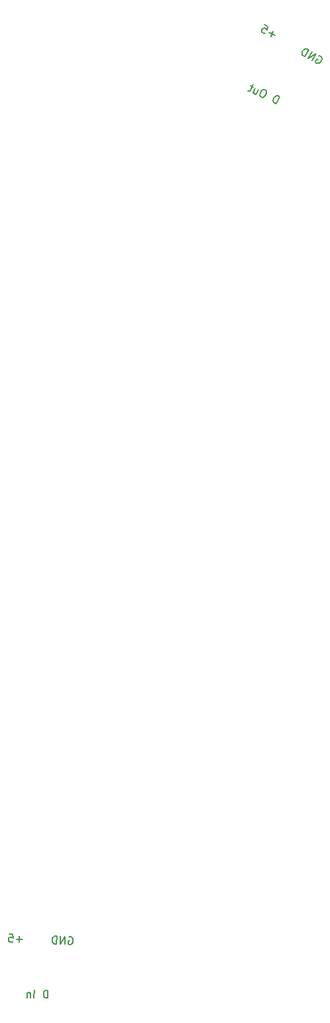
<source format=gbr>
%TF.GenerationSoftware,KiCad,Pcbnew,7.0.9*%
%TF.CreationDate,2023-12-31T20:51:38-05:00*%
%TF.ProjectId,RGB Clock,52474220-436c-46f6-936b-2e6b69636164,rev?*%
%TF.SameCoordinates,Original*%
%TF.FileFunction,Legend,Bot*%
%TF.FilePolarity,Positive*%
%FSLAX46Y46*%
G04 Gerber Fmt 4.6, Leading zero omitted, Abs format (unit mm)*
G04 Created by KiCad (PCBNEW 7.0.9) date 2023-12-31 20:51:38*
%MOMM*%
%LPD*%
G01*
G04 APERTURE LIST*
%ADD10C,0.150000*%
G04 APERTURE END LIST*
D10*
X57082312Y-165185437D02*
X57091039Y-164185475D01*
X57091039Y-164185475D02*
X56852953Y-164183397D01*
X56852953Y-164183397D02*
X56709686Y-164229768D01*
X56709686Y-164229768D02*
X56613620Y-164324171D01*
X56613620Y-164324171D02*
X56565172Y-164418990D01*
X56565172Y-164418990D02*
X56515892Y-164609043D01*
X56515892Y-164609043D02*
X56514646Y-164751895D01*
X56514646Y-164751895D02*
X56560601Y-164942779D01*
X56560601Y-164942779D02*
X56607387Y-165038429D01*
X56607387Y-165038429D02*
X56701790Y-165134495D01*
X56701790Y-165134495D02*
X56844226Y-165183359D01*
X56844226Y-165183359D02*
X57082312Y-165185437D01*
X55320475Y-165170061D02*
X55329201Y-164170099D01*
X54850120Y-164499265D02*
X54844303Y-165165906D01*
X54849289Y-164594499D02*
X54802088Y-164546466D01*
X54802088Y-164546466D02*
X54707269Y-164498018D01*
X54707269Y-164498018D02*
X54564417Y-164496771D01*
X54564417Y-164496771D02*
X54468767Y-164543557D01*
X54468767Y-164543557D02*
X54420319Y-164638376D01*
X54420319Y-164638376D02*
X54415748Y-165162166D01*
X59736508Y-157383552D02*
X59832960Y-157338443D01*
X59832960Y-157338443D02*
X59975768Y-157342182D01*
X59975768Y-157342182D02*
X60117330Y-157393525D01*
X60117330Y-157393525D02*
X60210043Y-157491223D01*
X60210043Y-157491223D02*
X60255152Y-157587675D01*
X60255152Y-157587675D02*
X60297769Y-157779333D01*
X60297769Y-157779333D02*
X60294029Y-157922141D01*
X60294029Y-157922141D02*
X60241441Y-158111305D01*
X60241441Y-158111305D02*
X60191345Y-158205264D01*
X60191345Y-158205264D02*
X60093646Y-158297976D01*
X60093646Y-158297976D02*
X59949592Y-158341840D01*
X59949592Y-158341840D02*
X59854386Y-158339347D01*
X59854386Y-158339347D02*
X59712824Y-158288004D01*
X59712824Y-158288004D02*
X59666468Y-158239155D01*
X59666468Y-158239155D02*
X59675194Y-157905936D01*
X59675194Y-157905936D02*
X59865605Y-157910922D01*
X59235551Y-158323142D02*
X59261728Y-157323484D01*
X59261728Y-157323484D02*
X58664318Y-158308184D01*
X58664318Y-158308184D02*
X58690495Y-157308526D01*
X58188291Y-158295718D02*
X58214468Y-157296061D01*
X58214468Y-157296061D02*
X57976454Y-157289828D01*
X57976454Y-157289828D02*
X57832399Y-157333692D01*
X57832399Y-157333692D02*
X57734701Y-157426404D01*
X57734701Y-157426404D02*
X57684605Y-157520363D01*
X57684605Y-157520363D02*
X57632016Y-157709527D01*
X57632016Y-157709527D02*
X57628277Y-157852336D01*
X57628277Y-157852336D02*
X57670893Y-158043993D01*
X57670893Y-158043993D02*
X57716003Y-158140445D01*
X57716003Y-158140445D02*
X57808715Y-158238143D01*
X57808715Y-158238143D02*
X57950277Y-158289486D01*
X57950277Y-158289486D02*
X58188291Y-158295718D01*
X91711312Y-45003371D02*
X91817758Y-45006037D01*
X91817758Y-45006037D02*
X91943894Y-45073105D01*
X91943894Y-45073105D02*
X92047673Y-45182217D01*
X92047673Y-45182217D02*
X92087052Y-45311019D01*
X92087052Y-45311019D02*
X92084385Y-45417465D01*
X92084385Y-45417465D02*
X92037007Y-45608001D01*
X92037007Y-45608001D02*
X91969940Y-45734137D01*
X91969940Y-45734137D02*
X91838472Y-45879961D01*
X91838472Y-45879961D02*
X91751715Y-45941696D01*
X91751715Y-45941696D02*
X91622913Y-45981074D01*
X91622913Y-45981074D02*
X91474422Y-45956052D01*
X91474422Y-45956052D02*
X91390332Y-45911341D01*
X91390332Y-45911341D02*
X91286552Y-45802228D01*
X91286552Y-45802228D02*
X91266863Y-45737827D01*
X91266863Y-45737827D02*
X91423353Y-45443511D01*
X91423353Y-45443511D02*
X91591534Y-45532935D01*
X90843745Y-45620715D02*
X91313217Y-44737768D01*
X91313217Y-44737768D02*
X90339204Y-45352446D01*
X90339204Y-45352446D02*
X90808675Y-44469498D01*
X89918752Y-45128888D02*
X90388224Y-44245940D01*
X90388224Y-44245940D02*
X90177998Y-44134162D01*
X90177998Y-44134162D02*
X90029507Y-44109139D01*
X90029507Y-44109139D02*
X89900705Y-44148518D01*
X89900705Y-44148518D02*
X89813949Y-44210252D01*
X89813949Y-44210252D02*
X89682480Y-44356077D01*
X89682480Y-44356077D02*
X89615413Y-44482212D01*
X89615413Y-44482212D02*
X89568035Y-44672749D01*
X89568035Y-44672749D02*
X89565369Y-44779195D01*
X89565369Y-44779195D02*
X89604747Y-44907997D01*
X89604747Y-44907997D02*
X89708527Y-45017109D01*
X89708527Y-45017109D02*
X89918752Y-45128888D01*
X86243085Y-51128193D02*
X86665703Y-50221885D01*
X86665703Y-50221885D02*
X86449916Y-50121261D01*
X86449916Y-50121261D02*
X86300319Y-50104045D01*
X86300319Y-50104045D02*
X86173754Y-50150111D01*
X86173754Y-50150111D02*
X86090347Y-50216301D01*
X86090347Y-50216301D02*
X85966691Y-50368806D01*
X85966691Y-50368806D02*
X85906317Y-50498279D01*
X85906317Y-50498279D02*
X85868976Y-50691034D01*
X85868976Y-50691034D02*
X85871884Y-50797473D01*
X85871884Y-50797473D02*
X85917950Y-50924038D01*
X85917950Y-50924038D02*
X86027298Y-51027569D01*
X86027298Y-51027569D02*
X86243085Y-51128193D01*
X84896245Y-49396773D02*
X84723615Y-49316274D01*
X84723615Y-49316274D02*
X84617175Y-49319182D01*
X84617175Y-49319182D02*
X84490611Y-49365248D01*
X84490611Y-49365248D02*
X84366955Y-49517753D01*
X84366955Y-49517753D02*
X84226082Y-49819856D01*
X84226082Y-49819856D02*
X84188741Y-50012611D01*
X84188741Y-50012611D02*
X84234806Y-50139175D01*
X84234806Y-50139175D02*
X84300997Y-50222582D01*
X84300997Y-50222582D02*
X84473627Y-50303081D01*
X84473627Y-50303081D02*
X84580067Y-50300173D01*
X84580067Y-50300173D02*
X84706631Y-50254107D01*
X84706631Y-50254107D02*
X84830287Y-50101602D01*
X84830287Y-50101602D02*
X84971160Y-49799499D01*
X84971160Y-49799499D02*
X85008501Y-49606744D01*
X85008501Y-49606744D02*
X84962435Y-49480180D01*
X84962435Y-49480180D02*
X84896245Y-49396773D01*
X83590119Y-49155509D02*
X83308374Y-49759714D01*
X83978537Y-49336631D02*
X83757166Y-49811364D01*
X83757166Y-49811364D02*
X83673759Y-49877554D01*
X83673759Y-49877554D02*
X83567319Y-49880462D01*
X83567319Y-49880462D02*
X83437847Y-49820088D01*
X83437847Y-49820088D02*
X83371656Y-49736682D01*
X83371656Y-49736682D02*
X83348623Y-49673399D01*
X83288017Y-49014636D02*
X82942757Y-48853639D01*
X83299417Y-48652160D02*
X82937173Y-49428995D01*
X82937173Y-49428995D02*
X82853766Y-49495185D01*
X82853766Y-49495185D02*
X82747326Y-49498094D01*
X82747326Y-49498094D02*
X82661011Y-49457844D01*
X86066984Y-42353190D02*
X85376464Y-42031195D01*
X85560727Y-42537452D02*
X85882722Y-41846932D01*
X84774935Y-41067654D02*
X85206510Y-41268900D01*
X85206510Y-41268900D02*
X85048421Y-41720600D01*
X85048421Y-41720600D02*
X85025388Y-41657318D01*
X85025388Y-41657318D02*
X84959197Y-41573911D01*
X84959197Y-41573911D02*
X84743410Y-41473288D01*
X84743410Y-41473288D02*
X84636970Y-41476196D01*
X84636970Y-41476196D02*
X84573688Y-41499229D01*
X84573688Y-41499229D02*
X84490281Y-41565419D01*
X84490281Y-41565419D02*
X84389658Y-41781207D01*
X84389658Y-41781207D02*
X84392566Y-41887646D01*
X84392566Y-41887646D02*
X84415599Y-41950929D01*
X84415599Y-41950929D02*
X84481789Y-42034335D01*
X84481789Y-42034335D02*
X84697577Y-42134959D01*
X84697577Y-42134959D02*
X84804016Y-42132051D01*
X84804016Y-42132051D02*
X84867299Y-42109018D01*
X53813915Y-157703278D02*
X53052271Y-157683334D01*
X53423121Y-158074128D02*
X53443065Y-157312484D01*
X52116422Y-157039568D02*
X52592449Y-157052033D01*
X52592449Y-157052033D02*
X52627586Y-157529307D01*
X52627586Y-157529307D02*
X52581230Y-157480458D01*
X52581230Y-157480458D02*
X52487271Y-157430362D01*
X52487271Y-157430362D02*
X52249258Y-157424129D01*
X52249258Y-157424129D02*
X52152806Y-157469239D01*
X52152806Y-157469239D02*
X52103956Y-157515595D01*
X52103956Y-157515595D02*
X52053861Y-157609554D01*
X52053861Y-157609554D02*
X52047628Y-157847568D01*
X52047628Y-157847568D02*
X52092738Y-157944020D01*
X52092738Y-157944020D02*
X52139094Y-157992869D01*
X52139094Y-157992869D02*
X52233053Y-158042965D01*
X52233053Y-158042965D02*
X52471067Y-158049197D01*
X52471067Y-158049197D02*
X52567519Y-158004088D01*
X52567519Y-158004088D02*
X52616368Y-157957732D01*
M02*

</source>
